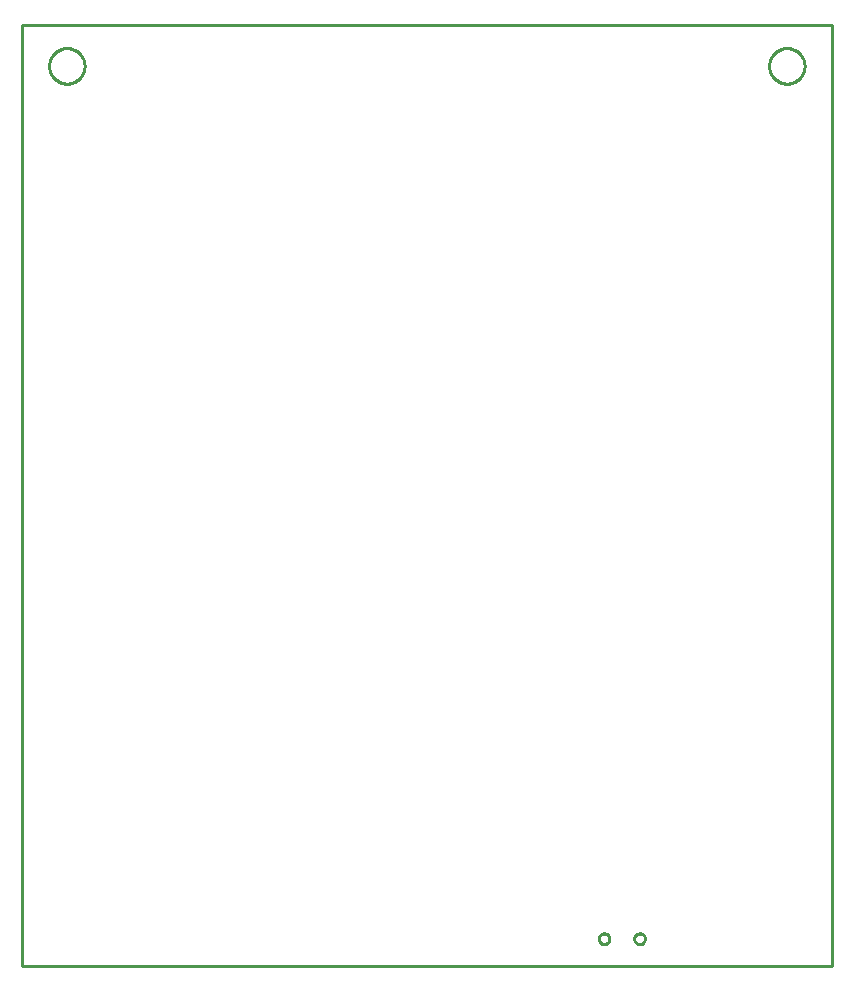
<source format=gbr>
G04 EAGLE Gerber RS-274X export*
G75*
%MOMM*%
%FSLAX34Y34*%
%LPD*%
%IN*%
%IPPOS*%
%AMOC8*
5,1,8,0,0,1.08239X$1,22.5*%
G01*
%ADD10C,0.254000*%


D10*
X0Y0D02*
X685600Y0D01*
X685600Y796800D01*
X0Y796800D01*
X0Y0D01*
X53100Y761464D02*
X53024Y760396D01*
X52871Y759335D01*
X52643Y758288D01*
X52341Y757260D01*
X51967Y756256D01*
X51522Y755281D01*
X51008Y754341D01*
X50429Y753440D01*
X49787Y752582D01*
X49085Y751772D01*
X48328Y751015D01*
X47518Y750313D01*
X46660Y749671D01*
X45759Y749092D01*
X44819Y748578D01*
X43844Y748133D01*
X42840Y747759D01*
X41812Y747457D01*
X40765Y747229D01*
X39704Y747076D01*
X38636Y747000D01*
X37564Y747000D01*
X36496Y747076D01*
X35435Y747229D01*
X34388Y747457D01*
X33360Y747759D01*
X32356Y748133D01*
X31381Y748578D01*
X30441Y749092D01*
X29540Y749671D01*
X28682Y750313D01*
X27872Y751015D01*
X27115Y751772D01*
X26413Y752582D01*
X25771Y753440D01*
X25192Y754341D01*
X24678Y755281D01*
X24233Y756256D01*
X23859Y757260D01*
X23557Y758288D01*
X23329Y759335D01*
X23176Y760396D01*
X23100Y761464D01*
X23100Y762536D01*
X23176Y763604D01*
X23329Y764665D01*
X23557Y765712D01*
X23859Y766740D01*
X24233Y767744D01*
X24678Y768719D01*
X25192Y769659D01*
X25771Y770560D01*
X26413Y771418D01*
X27115Y772228D01*
X27872Y772985D01*
X28682Y773687D01*
X29540Y774329D01*
X30441Y774908D01*
X31381Y775422D01*
X32356Y775867D01*
X33360Y776241D01*
X34388Y776543D01*
X35435Y776771D01*
X36496Y776924D01*
X37564Y777000D01*
X38636Y777000D01*
X39704Y776924D01*
X40765Y776771D01*
X41812Y776543D01*
X42840Y776241D01*
X43844Y775867D01*
X44819Y775422D01*
X45759Y774908D01*
X46660Y774329D01*
X47518Y773687D01*
X48328Y772985D01*
X49085Y772228D01*
X49787Y771418D01*
X50429Y770560D01*
X51008Y769659D01*
X51522Y768719D01*
X51967Y767744D01*
X52341Y766740D01*
X52643Y765712D01*
X52871Y764665D01*
X53024Y763604D01*
X53100Y762536D01*
X53100Y761464D01*
X662700Y761464D02*
X662624Y760396D01*
X662471Y759335D01*
X662243Y758288D01*
X661941Y757260D01*
X661567Y756256D01*
X661122Y755281D01*
X660608Y754341D01*
X660029Y753440D01*
X659387Y752582D01*
X658685Y751772D01*
X657928Y751015D01*
X657118Y750313D01*
X656260Y749671D01*
X655359Y749092D01*
X654419Y748578D01*
X653444Y748133D01*
X652440Y747759D01*
X651412Y747457D01*
X650365Y747229D01*
X649304Y747076D01*
X648236Y747000D01*
X647164Y747000D01*
X646096Y747076D01*
X645035Y747229D01*
X643988Y747457D01*
X642960Y747759D01*
X641956Y748133D01*
X640981Y748578D01*
X640041Y749092D01*
X639140Y749671D01*
X638282Y750313D01*
X637472Y751015D01*
X636715Y751772D01*
X636013Y752582D01*
X635371Y753440D01*
X634792Y754341D01*
X634278Y755281D01*
X633833Y756256D01*
X633459Y757260D01*
X633157Y758288D01*
X632929Y759335D01*
X632776Y760396D01*
X632700Y761464D01*
X632700Y762536D01*
X632776Y763604D01*
X632929Y764665D01*
X633157Y765712D01*
X633459Y766740D01*
X633833Y767744D01*
X634278Y768719D01*
X634792Y769659D01*
X635371Y770560D01*
X636013Y771418D01*
X636715Y772228D01*
X637472Y772985D01*
X638282Y773687D01*
X639140Y774329D01*
X640041Y774908D01*
X640981Y775422D01*
X641956Y775867D01*
X642960Y776241D01*
X643988Y776543D01*
X645035Y776771D01*
X646096Y776924D01*
X647164Y777000D01*
X648236Y777000D01*
X649304Y776924D01*
X650365Y776771D01*
X651412Y776543D01*
X652440Y776241D01*
X653444Y775867D01*
X654419Y775422D01*
X655359Y774908D01*
X656260Y774329D01*
X657118Y773687D01*
X657928Y772985D01*
X658685Y772228D01*
X659387Y771418D01*
X660029Y770560D01*
X660608Y769659D01*
X661122Y768719D01*
X661567Y767744D01*
X661941Y766740D01*
X662243Y765712D01*
X662471Y764665D01*
X662624Y763604D01*
X662700Y762536D01*
X662700Y761464D01*
X497500Y22705D02*
X497423Y22120D01*
X497270Y21550D01*
X497045Y21005D01*
X496750Y20495D01*
X496391Y20027D01*
X495973Y19609D01*
X495505Y19250D01*
X494995Y18955D01*
X494450Y18730D01*
X493880Y18577D01*
X493295Y18500D01*
X492705Y18500D01*
X492120Y18577D01*
X491550Y18730D01*
X491005Y18955D01*
X490495Y19250D01*
X490027Y19609D01*
X489609Y20027D01*
X489250Y20495D01*
X488955Y21005D01*
X488730Y21550D01*
X488577Y22120D01*
X488500Y22705D01*
X488500Y23295D01*
X488577Y23880D01*
X488730Y24450D01*
X488955Y24995D01*
X489250Y25505D01*
X489609Y25973D01*
X490027Y26391D01*
X490495Y26750D01*
X491005Y27045D01*
X491550Y27270D01*
X492120Y27423D01*
X492705Y27500D01*
X493295Y27500D01*
X493880Y27423D01*
X494450Y27270D01*
X494995Y27045D01*
X495505Y26750D01*
X495973Y26391D01*
X496391Y25973D01*
X496750Y25505D01*
X497045Y24995D01*
X497270Y24450D01*
X497423Y23880D01*
X497500Y23295D01*
X497500Y22705D01*
X527500Y22705D02*
X527423Y22120D01*
X527270Y21550D01*
X527045Y21005D01*
X526750Y20495D01*
X526391Y20027D01*
X525973Y19609D01*
X525505Y19250D01*
X524995Y18955D01*
X524450Y18730D01*
X523880Y18577D01*
X523295Y18500D01*
X522705Y18500D01*
X522120Y18577D01*
X521550Y18730D01*
X521005Y18955D01*
X520495Y19250D01*
X520027Y19609D01*
X519609Y20027D01*
X519250Y20495D01*
X518955Y21005D01*
X518730Y21550D01*
X518577Y22120D01*
X518500Y22705D01*
X518500Y23295D01*
X518577Y23880D01*
X518730Y24450D01*
X518955Y24995D01*
X519250Y25505D01*
X519609Y25973D01*
X520027Y26391D01*
X520495Y26750D01*
X521005Y27045D01*
X521550Y27270D01*
X522120Y27423D01*
X522705Y27500D01*
X523295Y27500D01*
X523880Y27423D01*
X524450Y27270D01*
X524995Y27045D01*
X525505Y26750D01*
X525973Y26391D01*
X526391Y25973D01*
X526750Y25505D01*
X527045Y24995D01*
X527270Y24450D01*
X527423Y23880D01*
X527500Y23295D01*
X527500Y22705D01*
M02*

</source>
